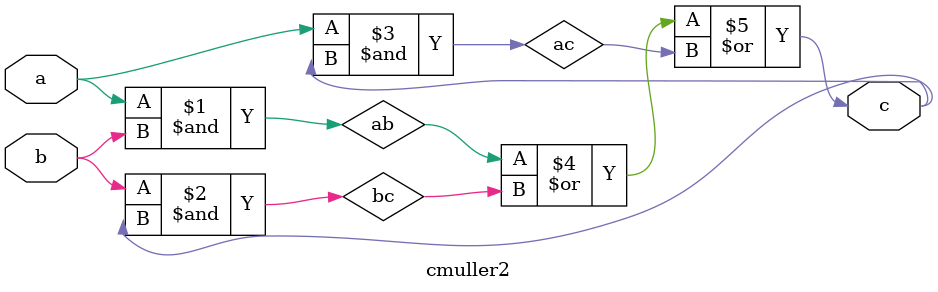
<source format=v>
module cmuller2 (a, b, c);

input a, b;
output c;

wire ab, bc, ac;

 and cmand1 (ab, a, b); 
 and cmand2 (bc, b, c);
 and cmand3 (ac, a, c);
  
 or cmor (c, ab, bc, ac);

endmodule

</source>
